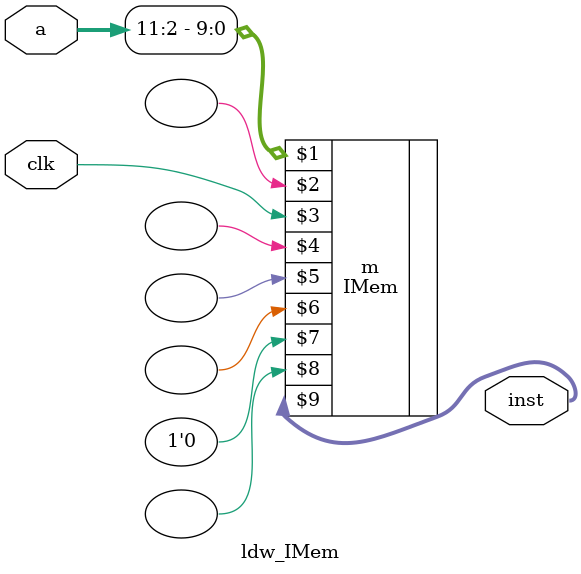
<source format=v>
module ldw_IMem(a, inst, clk);
	input [31:0] a;
	input clk;
	output [31:0] inst;
	
	IMem m(
	a[11:2],
	,
	clk,
	,
	,
	,
	1'b0,
	,
	inst,
	);
	
	/*
	lpm_rom lpm_rom_component (.address(a[7:2]), .q(inst));
	defparam lpm_rom_component.lpm_width = 32,
				lpm_rom_component.lpm_widthad = 6,
				lpm_rom_component.lpm_numwords = "unused",
				lpm_rom_component.lpm_file = "IMem.mif",
				lpm_rom_component.lpm_indata = "unused",
				lpm_rom_component.lpm_outdata = "unregistered",
				lpm_rom_component.lpm_address_control = "unregistered"; 
	*/
endmodule 
</source>
